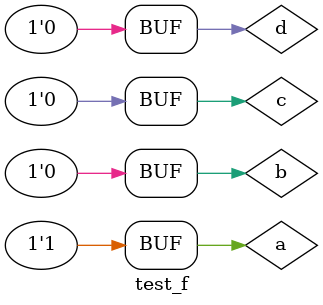
<source format=v>
module f ( output s , input a, input c, input d, input b);
assign s = (!a&!c&d) | (b&!c) | (a&c&!d);
endmodule //f
module test_f;
reg a;
reg c;
reg d;
reg b;
wire wire_a;
f module_test (wire_a, a, c, d, b);
initial
begin : main
$display("test module");
$display("    a    c    d    b =    wire_a ");
$monitor(" %4b %4b %4b %4b = %4b" , a, c, d, b, wire_a);
#1 a=1'b0; c=1'b0; d=1'b0; b=1'b0; 
#1 a=1'b0; c=1'b0; d=1'b0; b=1'b1; 
#1 a=1'b0; c=1'b0; d=1'b1; b=1'b1; 
#1 a=1'b0; c=1'b0; d=1'b1; b=1'b0; 
#1 a=1'b0; c=1'b1; d=1'b1; b=1'b0; 
#1 a=1'b0; c=1'b1; d=1'b1; b=1'b1; 
#1 a=1'b0; c=1'b1; d=1'b0; b=1'b1; 
#1 a=1'b0; c=1'b1; d=1'b0; b=1'b0; 
#1 a=1'b1; c=1'b1; d=1'b0; b=1'b0; 
#1 a=1'b1; c=1'b1; d=1'b0; b=1'b1; 
#1 a=1'b1; c=1'b1; d=1'b1; b=1'b1; 
#1 a=1'b1; c=1'b1; d=1'b1; b=1'b0; 
#1 a=1'b1; c=1'b0; d=1'b1; b=1'b0; 
#1 a=1'b1; c=1'b0; d=1'b1; b=1'b1; 
#1 a=1'b1; c=1'b0; d=1'b0; b=1'b1; 
#1 a=1'b1; c=1'b0; d=1'b0; b=1'b0; 
end
endmodule //test

</source>
